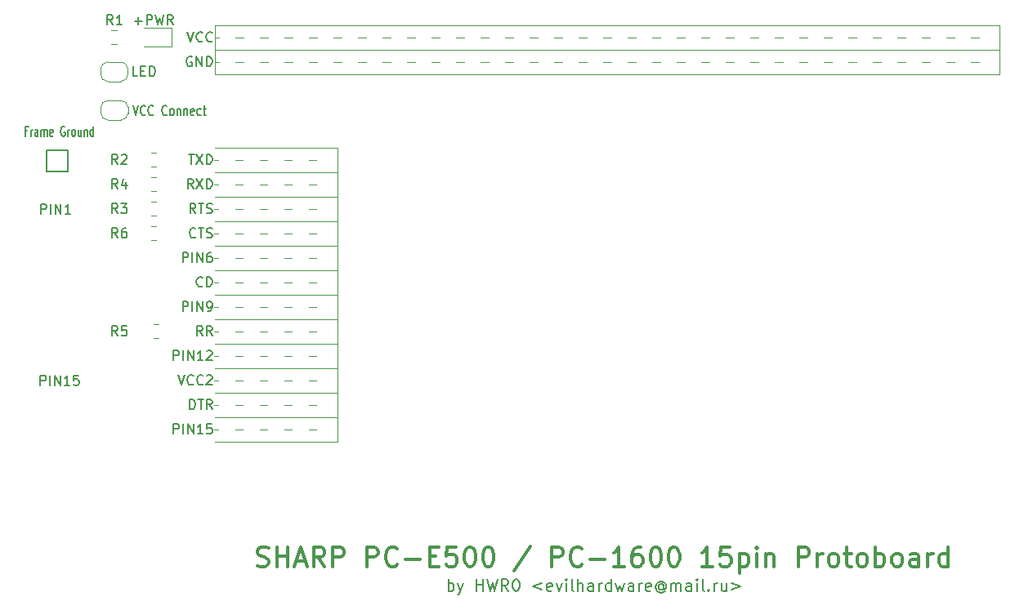
<source format=gbr>
%TF.GenerationSoftware,KiCad,Pcbnew,(5.1.6)-1*%
%TF.CreationDate,2020-08-25T07:27:34+03:00*%
%TF.ProjectId,15pinproto,31357069-6e70-4726-9f74-6f2e6b696361,rev?*%
%TF.SameCoordinates,Original*%
%TF.FileFunction,Legend,Top*%
%TF.FilePolarity,Positive*%
%FSLAX46Y46*%
G04 Gerber Fmt 4.6, Leading zero omitted, Abs format (unit mm)*
G04 Created by KiCad (PCBNEW (5.1.6)-1) date 2020-08-25 07:27:34*
%MOMM*%
%LPD*%
G01*
G04 APERTURE LIST*
%ADD10C,0.120000*%
%ADD11C,0.150000*%
%ADD12C,0.350000*%
G04 APERTURE END LIST*
D10*
X209143600Y-94030800D02*
X209956400Y-94030800D01*
X206603600Y-94030800D02*
X207416400Y-94030800D01*
X204063600Y-94030800D02*
X204876400Y-94030800D01*
X201523600Y-94030800D02*
X202336400Y-94030800D01*
X198983600Y-94030800D02*
X199796400Y-94030800D01*
X196443600Y-94030800D02*
X197256400Y-94030800D01*
X193903600Y-94030800D02*
X194716400Y-94030800D01*
X191363600Y-94030800D02*
X192176400Y-94030800D01*
X188823600Y-94030800D02*
X189636400Y-94030800D01*
X186283600Y-94030800D02*
X187096400Y-94030800D01*
X183743600Y-94030800D02*
X184556400Y-94030800D01*
X181203600Y-94030800D02*
X182016400Y-94030800D01*
X178663600Y-94030800D02*
X179476400Y-94030800D01*
X176123600Y-94030800D02*
X176936400Y-94030800D01*
X173583600Y-94030800D02*
X174396400Y-94030800D01*
X171043600Y-94030800D02*
X171856400Y-94030800D01*
X168503600Y-94030800D02*
X169316400Y-94030800D01*
X165963600Y-94030800D02*
X166776400Y-94030800D01*
X163423600Y-94030800D02*
X164236400Y-94030800D01*
X160883600Y-94030800D02*
X161696400Y-94030800D01*
X158343600Y-94030800D02*
X159156400Y-94030800D01*
X155803600Y-94030800D02*
X156616400Y-94030800D01*
X153263600Y-94030800D02*
X154076400Y-94030800D01*
X150723600Y-94030800D02*
X151536400Y-94030800D01*
X148183600Y-94030800D02*
X148996400Y-94030800D01*
X145643600Y-94030800D02*
X146456400Y-94030800D01*
X143103600Y-94030800D02*
X143916400Y-94030800D01*
X140563600Y-94030800D02*
X141376400Y-94030800D01*
X138023600Y-94030800D02*
X138836400Y-94030800D01*
X135483600Y-94030800D02*
X136296400Y-94030800D01*
X132943600Y-94030800D02*
X133756400Y-94030800D01*
X209143600Y-96520000D02*
X209956400Y-96520000D01*
X206603600Y-96520000D02*
X207416400Y-96520000D01*
X204063600Y-96520000D02*
X204876400Y-96520000D01*
X201523600Y-96520000D02*
X202336400Y-96520000D01*
X198983600Y-96520000D02*
X199796400Y-96520000D01*
X196443600Y-96520000D02*
X197256400Y-96520000D01*
X193903600Y-96520000D02*
X194716400Y-96520000D01*
X191363600Y-96520000D02*
X192176400Y-96520000D01*
X188823600Y-96520000D02*
X189636400Y-96520000D01*
X186283600Y-96520000D02*
X187096400Y-96520000D01*
X183743600Y-96520000D02*
X184556400Y-96520000D01*
X181203600Y-96520000D02*
X182016400Y-96520000D01*
X178663600Y-96520000D02*
X179476400Y-96520000D01*
X176123600Y-96520000D02*
X176936400Y-96520000D01*
X173583600Y-96520000D02*
X174396400Y-96520000D01*
X171043600Y-96520000D02*
X171856400Y-96520000D01*
X168503600Y-96520000D02*
X169316400Y-96520000D01*
X165963600Y-96520000D02*
X166776400Y-96520000D01*
X163423600Y-96520000D02*
X164236400Y-96520000D01*
X160883600Y-96520000D02*
X161696400Y-96520000D01*
X158343600Y-96520000D02*
X159156400Y-96520000D01*
X155803600Y-96520000D02*
X156616400Y-96520000D01*
X153263600Y-96520000D02*
X154076400Y-96520000D01*
X151485600Y-96520000D02*
X151536400Y-96520000D01*
X150723600Y-96520000D02*
X151485600Y-96520000D01*
X148183600Y-96520000D02*
X148996400Y-96520000D01*
X145643600Y-96520000D02*
X146456400Y-96520000D01*
X143103600Y-96520000D02*
X143916400Y-96520000D01*
X140563600Y-96520000D02*
X141376400Y-96520000D01*
X138023600Y-96520000D02*
X138836400Y-96520000D01*
X135483600Y-96520000D02*
X136296400Y-96520000D01*
X132943600Y-96520000D02*
X133756400Y-96520000D01*
X131216400Y-94030800D02*
X130810000Y-94030800D01*
X131216400Y-96520000D02*
X130810000Y-96520000D01*
X130810000Y-95250000D02*
X212090000Y-95250000D01*
X130810000Y-92710000D02*
X130810000Y-95250000D01*
X130810000Y-97790000D02*
X130810000Y-92710000D01*
X212090000Y-97790000D02*
X130810000Y-97790000D01*
X212090000Y-92710000D02*
X212090000Y-97790000D01*
X130810000Y-92710000D02*
X212090000Y-92710000D01*
X131191000Y-134620000D02*
X130746500Y-134620000D01*
X133731000Y-134620000D02*
X132969000Y-134620000D01*
X136271000Y-134620000D02*
X135509000Y-134620000D01*
X138811000Y-134620000D02*
X138049000Y-134620000D01*
X141351000Y-134620000D02*
X140589000Y-134620000D01*
X131191000Y-132080000D02*
X130746500Y-132080000D01*
X133731000Y-132080000D02*
X132969000Y-132080000D01*
X136271000Y-132080000D02*
X135509000Y-132080000D01*
X138811000Y-132080000D02*
X138049000Y-132080000D01*
X141351000Y-132080000D02*
X140589000Y-132080000D01*
X140589000Y-129540000D02*
X141351000Y-129540000D01*
X138049000Y-129540000D02*
X138811000Y-129540000D01*
X135509000Y-129540000D02*
X136271000Y-129540000D01*
X132969000Y-129540000D02*
X133731000Y-129540000D01*
X130746500Y-129540000D02*
X131191000Y-129540000D01*
X131191000Y-127000000D02*
X130746500Y-127000000D01*
X133731000Y-127000000D02*
X132969000Y-127000000D01*
X136271000Y-127000000D02*
X135509000Y-127000000D01*
X138811000Y-127000000D02*
X138049000Y-127000000D01*
X141351000Y-127000000D02*
X140589000Y-127000000D01*
X131191000Y-124460000D02*
X130746500Y-124460000D01*
X133731000Y-124460000D02*
X132969000Y-124460000D01*
X136271000Y-124460000D02*
X135509000Y-124460000D01*
X138811000Y-124460000D02*
X138049000Y-124460000D01*
X141351000Y-124460000D02*
X140589000Y-124460000D01*
X131191000Y-121920000D02*
X130746500Y-121920000D01*
X133731000Y-121920000D02*
X132969000Y-121920000D01*
X136271000Y-121920000D02*
X135509000Y-121920000D01*
X138811000Y-121920000D02*
X138049000Y-121920000D01*
X141351000Y-121920000D02*
X140589000Y-121920000D01*
X131191000Y-119380000D02*
X130746500Y-119380000D01*
X133731000Y-119380000D02*
X132969000Y-119380000D01*
X136271000Y-119380000D02*
X135509000Y-119380000D01*
X138811000Y-119380000D02*
X138049000Y-119380000D01*
X141351000Y-119380000D02*
X140589000Y-119380000D01*
X131191000Y-116840000D02*
X130746500Y-116840000D01*
X133731000Y-116840000D02*
X132969000Y-116840000D01*
X136271000Y-116840000D02*
X135509000Y-116840000D01*
X138811000Y-116840000D02*
X138049000Y-116840000D01*
X141351000Y-116840000D02*
X140589000Y-116840000D01*
X131191000Y-114300000D02*
X130746500Y-114300000D01*
X133731000Y-114300000D02*
X132969000Y-114300000D01*
X136271000Y-114300000D02*
X135509000Y-114300000D01*
X138811000Y-114300000D02*
X138049000Y-114300000D01*
X141351000Y-114300000D02*
X140589000Y-114300000D01*
X131191000Y-111760000D02*
X130746500Y-111760000D01*
X133731000Y-111760000D02*
X132969000Y-111760000D01*
X136271000Y-111760000D02*
X135509000Y-111760000D01*
X138811000Y-111760000D02*
X138049000Y-111760000D01*
X141351000Y-111760000D02*
X140589000Y-111760000D01*
X131191000Y-109220000D02*
X130746500Y-109220000D01*
X133731000Y-109220000D02*
X132969000Y-109220000D01*
X136271000Y-109220000D02*
X135509000Y-109220000D01*
X138811000Y-109220000D02*
X138049000Y-109220000D01*
X141351000Y-109220000D02*
X140589000Y-109220000D01*
X131191000Y-106680000D02*
X130746500Y-106680000D01*
X133731000Y-106680000D02*
X132969000Y-106680000D01*
X136271000Y-106680000D02*
X135509000Y-106680000D01*
X138811000Y-106680000D02*
X138049000Y-106680000D01*
X141351000Y-106680000D02*
X140589000Y-106680000D01*
X143510000Y-135890000D02*
X130810000Y-135890000D01*
X143510000Y-133350000D02*
X143510000Y-135890000D01*
X143510000Y-133350000D02*
X130810000Y-133350000D01*
X143510000Y-130810000D02*
X143510000Y-133350000D01*
X143510000Y-130810000D02*
X130810000Y-130810000D01*
X143510000Y-128270000D02*
X143510000Y-130810000D01*
X143510000Y-128270000D02*
X130810000Y-128270000D01*
X143510000Y-125730000D02*
X143510000Y-128270000D01*
X143510000Y-125730000D02*
X130810000Y-125730000D01*
X143510000Y-123190000D02*
X143510000Y-125730000D01*
X143510000Y-123190000D02*
X130810000Y-123190000D01*
X143510000Y-120650000D02*
X143510000Y-123190000D01*
X143510000Y-120650000D02*
X130810000Y-120650000D01*
X143510000Y-118110000D02*
X143510000Y-120650000D01*
X143510000Y-118110000D02*
X130810000Y-118110000D01*
X143510000Y-115570000D02*
X143510000Y-118110000D01*
X143510000Y-115570000D02*
X130810000Y-115570000D01*
X143510000Y-113030000D02*
X143510000Y-115570000D01*
X143510000Y-113030000D02*
X130810000Y-113030000D01*
X143510000Y-110490000D02*
X143510000Y-113030000D01*
X143510000Y-110490000D02*
X130810000Y-110490000D01*
X143510000Y-107950000D02*
X143510000Y-110490000D01*
X143510000Y-107950000D02*
X130810000Y-107950000D01*
X143510000Y-105410000D02*
X143510000Y-107950000D01*
X130810000Y-105410000D02*
X143510000Y-105410000D01*
D11*
X112800000Y-112263180D02*
X112800000Y-111263180D01*
X113180952Y-111263180D01*
X113276190Y-111310800D01*
X113323809Y-111358419D01*
X113371428Y-111453657D01*
X113371428Y-111596514D01*
X113323809Y-111691752D01*
X113276190Y-111739371D01*
X113180952Y-111786990D01*
X112800000Y-111786990D01*
X113800000Y-112263180D02*
X113800000Y-111263180D01*
X114276190Y-112263180D02*
X114276190Y-111263180D01*
X114847619Y-112263180D01*
X114847619Y-111263180D01*
X115847619Y-112263180D02*
X115276190Y-112263180D01*
X115561904Y-112263180D02*
X115561904Y-111263180D01*
X115466666Y-111406038D01*
X115371428Y-111501276D01*
X115276190Y-111548895D01*
X112730209Y-130043180D02*
X112730209Y-129043180D01*
X113111161Y-129043180D01*
X113206400Y-129090800D01*
X113254019Y-129138419D01*
X113301638Y-129233657D01*
X113301638Y-129376514D01*
X113254019Y-129471752D01*
X113206400Y-129519371D01*
X113111161Y-129566990D01*
X112730209Y-129566990D01*
X113730209Y-130043180D02*
X113730209Y-129043180D01*
X114206400Y-130043180D02*
X114206400Y-129043180D01*
X114777828Y-130043180D01*
X114777828Y-129043180D01*
X115777828Y-130043180D02*
X115206400Y-130043180D01*
X115492114Y-130043180D02*
X115492114Y-129043180D01*
X115396876Y-129186038D01*
X115301638Y-129281276D01*
X115206400Y-129328895D01*
X116682590Y-129043180D02*
X116206400Y-129043180D01*
X116158780Y-129519371D01*
X116206400Y-129471752D01*
X116301638Y-129424133D01*
X116539733Y-129424133D01*
X116634971Y-129471752D01*
X116682590Y-129519371D01*
X116730209Y-129614609D01*
X116730209Y-129852704D01*
X116682590Y-129947942D01*
X116634971Y-129995561D01*
X116539733Y-130043180D01*
X116301638Y-130043180D01*
X116206400Y-129995561D01*
X116158780Y-129947942D01*
X154986342Y-151368057D02*
X154986342Y-150168057D01*
X154986342Y-150625200D02*
X155100628Y-150568057D01*
X155329200Y-150568057D01*
X155443485Y-150625200D01*
X155500628Y-150682342D01*
X155557771Y-150796628D01*
X155557771Y-151139485D01*
X155500628Y-151253771D01*
X155443485Y-151310914D01*
X155329200Y-151368057D01*
X155100628Y-151368057D01*
X154986342Y-151310914D01*
X155957771Y-150568057D02*
X156243485Y-151368057D01*
X156529200Y-150568057D02*
X156243485Y-151368057D01*
X156129200Y-151653771D01*
X156072057Y-151710914D01*
X155957771Y-151768057D01*
X157900628Y-151368057D02*
X157900628Y-150168057D01*
X157900628Y-150739485D02*
X158586342Y-150739485D01*
X158586342Y-151368057D02*
X158586342Y-150168057D01*
X159043485Y-150168057D02*
X159329200Y-151368057D01*
X159557771Y-150510914D01*
X159786342Y-151368057D01*
X160072057Y-150168057D01*
X161214914Y-151368057D02*
X160814914Y-150796628D01*
X160529200Y-151368057D02*
X160529200Y-150168057D01*
X160986342Y-150168057D01*
X161100628Y-150225200D01*
X161157771Y-150282342D01*
X161214914Y-150396628D01*
X161214914Y-150568057D01*
X161157771Y-150682342D01*
X161100628Y-150739485D01*
X160986342Y-150796628D01*
X160529200Y-150796628D01*
X161957771Y-150168057D02*
X162072057Y-150168057D01*
X162186342Y-150225200D01*
X162243485Y-150282342D01*
X162300628Y-150396628D01*
X162357771Y-150625200D01*
X162357771Y-150910914D01*
X162300628Y-151139485D01*
X162243485Y-151253771D01*
X162186342Y-151310914D01*
X162072057Y-151368057D01*
X161957771Y-151368057D01*
X161843485Y-151310914D01*
X161786342Y-151253771D01*
X161729200Y-151139485D01*
X161672057Y-150910914D01*
X161672057Y-150625200D01*
X161729200Y-150396628D01*
X161786342Y-150282342D01*
X161843485Y-150225200D01*
X161957771Y-150168057D01*
X164700628Y-150568057D02*
X163786342Y-150910914D01*
X164700628Y-151253771D01*
X165729200Y-151310914D02*
X165614914Y-151368057D01*
X165386342Y-151368057D01*
X165272057Y-151310914D01*
X165214914Y-151196628D01*
X165214914Y-150739485D01*
X165272057Y-150625200D01*
X165386342Y-150568057D01*
X165614914Y-150568057D01*
X165729200Y-150625200D01*
X165786342Y-150739485D01*
X165786342Y-150853771D01*
X165214914Y-150968057D01*
X166186342Y-150568057D02*
X166472057Y-151368057D01*
X166757771Y-150568057D01*
X167214914Y-151368057D02*
X167214914Y-150568057D01*
X167214914Y-150168057D02*
X167157771Y-150225200D01*
X167214914Y-150282342D01*
X167272057Y-150225200D01*
X167214914Y-150168057D01*
X167214914Y-150282342D01*
X167957771Y-151368057D02*
X167843485Y-151310914D01*
X167786342Y-151196628D01*
X167786342Y-150168057D01*
X168414914Y-151368057D02*
X168414914Y-150168057D01*
X168929200Y-151368057D02*
X168929200Y-150739485D01*
X168872057Y-150625200D01*
X168757771Y-150568057D01*
X168586342Y-150568057D01*
X168472057Y-150625200D01*
X168414914Y-150682342D01*
X170014914Y-151368057D02*
X170014914Y-150739485D01*
X169957771Y-150625200D01*
X169843485Y-150568057D01*
X169614914Y-150568057D01*
X169500628Y-150625200D01*
X170014914Y-151310914D02*
X169900628Y-151368057D01*
X169614914Y-151368057D01*
X169500628Y-151310914D01*
X169443485Y-151196628D01*
X169443485Y-151082342D01*
X169500628Y-150968057D01*
X169614914Y-150910914D01*
X169900628Y-150910914D01*
X170014914Y-150853771D01*
X170586342Y-151368057D02*
X170586342Y-150568057D01*
X170586342Y-150796628D02*
X170643485Y-150682342D01*
X170700628Y-150625200D01*
X170814914Y-150568057D01*
X170929200Y-150568057D01*
X171843485Y-151368057D02*
X171843485Y-150168057D01*
X171843485Y-151310914D02*
X171729200Y-151368057D01*
X171500628Y-151368057D01*
X171386342Y-151310914D01*
X171329200Y-151253771D01*
X171272057Y-151139485D01*
X171272057Y-150796628D01*
X171329200Y-150682342D01*
X171386342Y-150625200D01*
X171500628Y-150568057D01*
X171729200Y-150568057D01*
X171843485Y-150625200D01*
X172300628Y-150568057D02*
X172529200Y-151368057D01*
X172757771Y-150796628D01*
X172986342Y-151368057D01*
X173214914Y-150568057D01*
X174186342Y-151368057D02*
X174186342Y-150739485D01*
X174129200Y-150625200D01*
X174014914Y-150568057D01*
X173786342Y-150568057D01*
X173672057Y-150625200D01*
X174186342Y-151310914D02*
X174072057Y-151368057D01*
X173786342Y-151368057D01*
X173672057Y-151310914D01*
X173614914Y-151196628D01*
X173614914Y-151082342D01*
X173672057Y-150968057D01*
X173786342Y-150910914D01*
X174072057Y-150910914D01*
X174186342Y-150853771D01*
X174757771Y-151368057D02*
X174757771Y-150568057D01*
X174757771Y-150796628D02*
X174814914Y-150682342D01*
X174872057Y-150625200D01*
X174986342Y-150568057D01*
X175100628Y-150568057D01*
X175957771Y-151310914D02*
X175843485Y-151368057D01*
X175614914Y-151368057D01*
X175500628Y-151310914D01*
X175443485Y-151196628D01*
X175443485Y-150739485D01*
X175500628Y-150625200D01*
X175614914Y-150568057D01*
X175843485Y-150568057D01*
X175957771Y-150625200D01*
X176014914Y-150739485D01*
X176014914Y-150853771D01*
X175443485Y-150968057D01*
X177272057Y-150796628D02*
X177214914Y-150739485D01*
X177100628Y-150682342D01*
X176986342Y-150682342D01*
X176872057Y-150739485D01*
X176814914Y-150796628D01*
X176757771Y-150910914D01*
X176757771Y-151025200D01*
X176814914Y-151139485D01*
X176872057Y-151196628D01*
X176986342Y-151253771D01*
X177100628Y-151253771D01*
X177214914Y-151196628D01*
X177272057Y-151139485D01*
X177272057Y-150682342D02*
X177272057Y-151139485D01*
X177329200Y-151196628D01*
X177386342Y-151196628D01*
X177500628Y-151139485D01*
X177557771Y-151025200D01*
X177557771Y-150739485D01*
X177443485Y-150568057D01*
X177272057Y-150453771D01*
X177043485Y-150396628D01*
X176814914Y-150453771D01*
X176643485Y-150568057D01*
X176529200Y-150739485D01*
X176472057Y-150968057D01*
X176529200Y-151196628D01*
X176643485Y-151368057D01*
X176814914Y-151482342D01*
X177043485Y-151539485D01*
X177272057Y-151482342D01*
X177443485Y-151368057D01*
X178072057Y-151368057D02*
X178072057Y-150568057D01*
X178072057Y-150682342D02*
X178129200Y-150625200D01*
X178243485Y-150568057D01*
X178414914Y-150568057D01*
X178529200Y-150625200D01*
X178586342Y-150739485D01*
X178586342Y-151368057D01*
X178586342Y-150739485D02*
X178643485Y-150625200D01*
X178757771Y-150568057D01*
X178929200Y-150568057D01*
X179043485Y-150625200D01*
X179100628Y-150739485D01*
X179100628Y-151368057D01*
X180186342Y-151368057D02*
X180186342Y-150739485D01*
X180129200Y-150625200D01*
X180014914Y-150568057D01*
X179786342Y-150568057D01*
X179672057Y-150625200D01*
X180186342Y-151310914D02*
X180072057Y-151368057D01*
X179786342Y-151368057D01*
X179672057Y-151310914D01*
X179614914Y-151196628D01*
X179614914Y-151082342D01*
X179672057Y-150968057D01*
X179786342Y-150910914D01*
X180072057Y-150910914D01*
X180186342Y-150853771D01*
X180757771Y-151368057D02*
X180757771Y-150568057D01*
X180757771Y-150168057D02*
X180700628Y-150225200D01*
X180757771Y-150282342D01*
X180814914Y-150225200D01*
X180757771Y-150168057D01*
X180757771Y-150282342D01*
X181500628Y-151368057D02*
X181386342Y-151310914D01*
X181329200Y-151196628D01*
X181329200Y-150168057D01*
X181957771Y-151253771D02*
X182014914Y-151310914D01*
X181957771Y-151368057D01*
X181900628Y-151310914D01*
X181957771Y-151253771D01*
X181957771Y-151368057D01*
X182529200Y-151368057D02*
X182529200Y-150568057D01*
X182529200Y-150796628D02*
X182586342Y-150682342D01*
X182643485Y-150625200D01*
X182757771Y-150568057D01*
X182872057Y-150568057D01*
X183786342Y-150568057D02*
X183786342Y-151368057D01*
X183272057Y-150568057D02*
X183272057Y-151196628D01*
X183329200Y-151310914D01*
X183443485Y-151368057D01*
X183614914Y-151368057D01*
X183729200Y-151310914D01*
X183786342Y-151253771D01*
X184357771Y-150568057D02*
X185272057Y-150910914D01*
X184357771Y-151253771D01*
X122507619Y-92273428D02*
X123269523Y-92273428D01*
X122888571Y-92654380D02*
X122888571Y-91892476D01*
X123745714Y-92654380D02*
X123745714Y-91654380D01*
X124126666Y-91654380D01*
X124221904Y-91702000D01*
X124269523Y-91749619D01*
X124317142Y-91844857D01*
X124317142Y-91987714D01*
X124269523Y-92082952D01*
X124221904Y-92130571D01*
X124126666Y-92178190D01*
X123745714Y-92178190D01*
X124650476Y-91654380D02*
X124888571Y-92654380D01*
X125079047Y-91940095D01*
X125269523Y-92654380D01*
X125507619Y-91654380D01*
X126460000Y-92654380D02*
X126126666Y-92178190D01*
X125888571Y-92654380D02*
X125888571Y-91654380D01*
X126269523Y-91654380D01*
X126364761Y-91702000D01*
X126412380Y-91749619D01*
X126460000Y-91844857D01*
X126460000Y-91987714D01*
X126412380Y-92082952D01*
X126364761Y-92130571D01*
X126269523Y-92178190D01*
X125888571Y-92178190D01*
X127950595Y-93432380D02*
X128283928Y-94432380D01*
X128617261Y-93432380D01*
X129522023Y-94337142D02*
X129474404Y-94384761D01*
X129331547Y-94432380D01*
X129236309Y-94432380D01*
X129093452Y-94384761D01*
X128998214Y-94289523D01*
X128950595Y-94194285D01*
X128902976Y-94003809D01*
X128902976Y-93860952D01*
X128950595Y-93670476D01*
X128998214Y-93575238D01*
X129093452Y-93480000D01*
X129236309Y-93432380D01*
X129331547Y-93432380D01*
X129474404Y-93480000D01*
X129522023Y-93527619D01*
X130522023Y-94337142D02*
X130474404Y-94384761D01*
X130331547Y-94432380D01*
X130236309Y-94432380D01*
X130093452Y-94384761D01*
X129998214Y-94289523D01*
X129950595Y-94194285D01*
X129902976Y-94003809D01*
X129902976Y-93860952D01*
X129950595Y-93670476D01*
X129998214Y-93575238D01*
X130093452Y-93480000D01*
X130236309Y-93432380D01*
X130331547Y-93432380D01*
X130474404Y-93480000D01*
X130522023Y-93527619D01*
X128426785Y-96020000D02*
X128331547Y-95972380D01*
X128188690Y-95972380D01*
X128045833Y-96020000D01*
X127950595Y-96115238D01*
X127902976Y-96210476D01*
X127855357Y-96400952D01*
X127855357Y-96543809D01*
X127902976Y-96734285D01*
X127950595Y-96829523D01*
X128045833Y-96924761D01*
X128188690Y-96972380D01*
X128283928Y-96972380D01*
X128426785Y-96924761D01*
X128474404Y-96877142D01*
X128474404Y-96543809D01*
X128283928Y-96543809D01*
X128902976Y-96972380D02*
X128902976Y-95972380D01*
X129474404Y-96972380D01*
X129474404Y-95972380D01*
X129950595Y-96972380D02*
X129950595Y-95972380D01*
X130188690Y-95972380D01*
X130331547Y-96020000D01*
X130426785Y-96115238D01*
X130474404Y-96210476D01*
X130522023Y-96400952D01*
X130522023Y-96543809D01*
X130474404Y-96734285D01*
X130426785Y-96829523D01*
X130331547Y-96924761D01*
X130188690Y-96972380D01*
X129950595Y-96972380D01*
X126522023Y-135072380D02*
X126522023Y-134072380D01*
X126902976Y-134072380D01*
X126998214Y-134120000D01*
X127045833Y-134167619D01*
X127093452Y-134262857D01*
X127093452Y-134405714D01*
X127045833Y-134500952D01*
X126998214Y-134548571D01*
X126902976Y-134596190D01*
X126522023Y-134596190D01*
X127522023Y-135072380D02*
X127522023Y-134072380D01*
X127998214Y-135072380D02*
X127998214Y-134072380D01*
X128569642Y-135072380D01*
X128569642Y-134072380D01*
X129569642Y-135072380D02*
X128998214Y-135072380D01*
X129283928Y-135072380D02*
X129283928Y-134072380D01*
X129188690Y-134215238D01*
X129093452Y-134310476D01*
X128998214Y-134358095D01*
X130474404Y-134072380D02*
X129998214Y-134072380D01*
X129950595Y-134548571D01*
X129998214Y-134500952D01*
X130093452Y-134453333D01*
X130331547Y-134453333D01*
X130426785Y-134500952D01*
X130474404Y-134548571D01*
X130522023Y-134643809D01*
X130522023Y-134881904D01*
X130474404Y-134977142D01*
X130426785Y-135024761D01*
X130331547Y-135072380D01*
X130093452Y-135072380D01*
X129998214Y-135024761D01*
X129950595Y-134977142D01*
X128188690Y-132532380D02*
X128188690Y-131532380D01*
X128426785Y-131532380D01*
X128569642Y-131580000D01*
X128664880Y-131675238D01*
X128712500Y-131770476D01*
X128760119Y-131960952D01*
X128760119Y-132103809D01*
X128712500Y-132294285D01*
X128664880Y-132389523D01*
X128569642Y-132484761D01*
X128426785Y-132532380D01*
X128188690Y-132532380D01*
X129045833Y-131532380D02*
X129617261Y-131532380D01*
X129331547Y-132532380D02*
X129331547Y-131532380D01*
X130522023Y-132532380D02*
X130188690Y-132056190D01*
X129950595Y-132532380D02*
X129950595Y-131532380D01*
X130331547Y-131532380D01*
X130426785Y-131580000D01*
X130474404Y-131627619D01*
X130522023Y-131722857D01*
X130522023Y-131865714D01*
X130474404Y-131960952D01*
X130426785Y-132008571D01*
X130331547Y-132056190D01*
X129950595Y-132056190D01*
X126998214Y-128992380D02*
X127331547Y-129992380D01*
X127664880Y-128992380D01*
X128569642Y-129897142D02*
X128522023Y-129944761D01*
X128379166Y-129992380D01*
X128283928Y-129992380D01*
X128141071Y-129944761D01*
X128045833Y-129849523D01*
X127998214Y-129754285D01*
X127950595Y-129563809D01*
X127950595Y-129420952D01*
X127998214Y-129230476D01*
X128045833Y-129135238D01*
X128141071Y-129040000D01*
X128283928Y-128992380D01*
X128379166Y-128992380D01*
X128522023Y-129040000D01*
X128569642Y-129087619D01*
X129569642Y-129897142D02*
X129522023Y-129944761D01*
X129379166Y-129992380D01*
X129283928Y-129992380D01*
X129141071Y-129944761D01*
X129045833Y-129849523D01*
X128998214Y-129754285D01*
X128950595Y-129563809D01*
X128950595Y-129420952D01*
X128998214Y-129230476D01*
X129045833Y-129135238D01*
X129141071Y-129040000D01*
X129283928Y-128992380D01*
X129379166Y-128992380D01*
X129522023Y-129040000D01*
X129569642Y-129087619D01*
X129950595Y-129087619D02*
X129998214Y-129040000D01*
X130093452Y-128992380D01*
X130331547Y-128992380D01*
X130426785Y-129040000D01*
X130474404Y-129087619D01*
X130522023Y-129182857D01*
X130522023Y-129278095D01*
X130474404Y-129420952D01*
X129902976Y-129992380D01*
X130522023Y-129992380D01*
X126522023Y-127452380D02*
X126522023Y-126452380D01*
X126902976Y-126452380D01*
X126998214Y-126500000D01*
X127045833Y-126547619D01*
X127093452Y-126642857D01*
X127093452Y-126785714D01*
X127045833Y-126880952D01*
X126998214Y-126928571D01*
X126902976Y-126976190D01*
X126522023Y-126976190D01*
X127522023Y-127452380D02*
X127522023Y-126452380D01*
X127998214Y-127452380D02*
X127998214Y-126452380D01*
X128569642Y-127452380D01*
X128569642Y-126452380D01*
X129569642Y-127452380D02*
X128998214Y-127452380D01*
X129283928Y-127452380D02*
X129283928Y-126452380D01*
X129188690Y-126595238D01*
X129093452Y-126690476D01*
X128998214Y-126738095D01*
X129950595Y-126547619D02*
X129998214Y-126500000D01*
X130093452Y-126452380D01*
X130331547Y-126452380D01*
X130426785Y-126500000D01*
X130474404Y-126547619D01*
X130522023Y-126642857D01*
X130522023Y-126738095D01*
X130474404Y-126880952D01*
X129902976Y-127452380D01*
X130522023Y-127452380D01*
X129522023Y-124912380D02*
X129188690Y-124436190D01*
X128950595Y-124912380D02*
X128950595Y-123912380D01*
X129331547Y-123912380D01*
X129426785Y-123960000D01*
X129474404Y-124007619D01*
X129522023Y-124102857D01*
X129522023Y-124245714D01*
X129474404Y-124340952D01*
X129426785Y-124388571D01*
X129331547Y-124436190D01*
X128950595Y-124436190D01*
X130522023Y-124912380D02*
X130188690Y-124436190D01*
X129950595Y-124912380D02*
X129950595Y-123912380D01*
X130331547Y-123912380D01*
X130426785Y-123960000D01*
X130474404Y-124007619D01*
X130522023Y-124102857D01*
X130522023Y-124245714D01*
X130474404Y-124340952D01*
X130426785Y-124388571D01*
X130331547Y-124436190D01*
X129950595Y-124436190D01*
X127474404Y-122372380D02*
X127474404Y-121372380D01*
X127855357Y-121372380D01*
X127950595Y-121420000D01*
X127998214Y-121467619D01*
X128045833Y-121562857D01*
X128045833Y-121705714D01*
X127998214Y-121800952D01*
X127950595Y-121848571D01*
X127855357Y-121896190D01*
X127474404Y-121896190D01*
X128474404Y-122372380D02*
X128474404Y-121372380D01*
X128950595Y-122372380D02*
X128950595Y-121372380D01*
X129522023Y-122372380D01*
X129522023Y-121372380D01*
X130045833Y-122372380D02*
X130236309Y-122372380D01*
X130331547Y-122324761D01*
X130379166Y-122277142D01*
X130474404Y-122134285D01*
X130522023Y-121943809D01*
X130522023Y-121562857D01*
X130474404Y-121467619D01*
X130426785Y-121420000D01*
X130331547Y-121372380D01*
X130141071Y-121372380D01*
X130045833Y-121420000D01*
X129998214Y-121467619D01*
X129950595Y-121562857D01*
X129950595Y-121800952D01*
X129998214Y-121896190D01*
X130045833Y-121943809D01*
X130141071Y-121991428D01*
X130331547Y-121991428D01*
X130426785Y-121943809D01*
X130474404Y-121896190D01*
X130522023Y-121800952D01*
X129522023Y-119737142D02*
X129474404Y-119784761D01*
X129331547Y-119832380D01*
X129236309Y-119832380D01*
X129093452Y-119784761D01*
X128998214Y-119689523D01*
X128950595Y-119594285D01*
X128902976Y-119403809D01*
X128902976Y-119260952D01*
X128950595Y-119070476D01*
X128998214Y-118975238D01*
X129093452Y-118880000D01*
X129236309Y-118832380D01*
X129331547Y-118832380D01*
X129474404Y-118880000D01*
X129522023Y-118927619D01*
X129950595Y-119832380D02*
X129950595Y-118832380D01*
X130188690Y-118832380D01*
X130331547Y-118880000D01*
X130426785Y-118975238D01*
X130474404Y-119070476D01*
X130522023Y-119260952D01*
X130522023Y-119403809D01*
X130474404Y-119594285D01*
X130426785Y-119689523D01*
X130331547Y-119784761D01*
X130188690Y-119832380D01*
X129950595Y-119832380D01*
X127474404Y-117292380D02*
X127474404Y-116292380D01*
X127855357Y-116292380D01*
X127950595Y-116340000D01*
X127998214Y-116387619D01*
X128045833Y-116482857D01*
X128045833Y-116625714D01*
X127998214Y-116720952D01*
X127950595Y-116768571D01*
X127855357Y-116816190D01*
X127474404Y-116816190D01*
X128474404Y-117292380D02*
X128474404Y-116292380D01*
X128950595Y-117292380D02*
X128950595Y-116292380D01*
X129522023Y-117292380D01*
X129522023Y-116292380D01*
X130426785Y-116292380D02*
X130236309Y-116292380D01*
X130141071Y-116340000D01*
X130093452Y-116387619D01*
X129998214Y-116530476D01*
X129950595Y-116720952D01*
X129950595Y-117101904D01*
X129998214Y-117197142D01*
X130045833Y-117244761D01*
X130141071Y-117292380D01*
X130331547Y-117292380D01*
X130426785Y-117244761D01*
X130474404Y-117197142D01*
X130522023Y-117101904D01*
X130522023Y-116863809D01*
X130474404Y-116768571D01*
X130426785Y-116720952D01*
X130331547Y-116673333D01*
X130141071Y-116673333D01*
X130045833Y-116720952D01*
X129998214Y-116768571D01*
X129950595Y-116863809D01*
X128807738Y-114657142D02*
X128760119Y-114704761D01*
X128617261Y-114752380D01*
X128522023Y-114752380D01*
X128379166Y-114704761D01*
X128283928Y-114609523D01*
X128236309Y-114514285D01*
X128188690Y-114323809D01*
X128188690Y-114180952D01*
X128236309Y-113990476D01*
X128283928Y-113895238D01*
X128379166Y-113800000D01*
X128522023Y-113752380D01*
X128617261Y-113752380D01*
X128760119Y-113800000D01*
X128807738Y-113847619D01*
X129093452Y-113752380D02*
X129664880Y-113752380D01*
X129379166Y-114752380D02*
X129379166Y-113752380D01*
X129950595Y-114704761D02*
X130093452Y-114752380D01*
X130331547Y-114752380D01*
X130426785Y-114704761D01*
X130474404Y-114657142D01*
X130522023Y-114561904D01*
X130522023Y-114466666D01*
X130474404Y-114371428D01*
X130426785Y-114323809D01*
X130331547Y-114276190D01*
X130141071Y-114228571D01*
X130045833Y-114180952D01*
X129998214Y-114133333D01*
X129950595Y-114038095D01*
X129950595Y-113942857D01*
X129998214Y-113847619D01*
X130045833Y-113800000D01*
X130141071Y-113752380D01*
X130379166Y-113752380D01*
X130522023Y-113800000D01*
X128807738Y-112212380D02*
X128474404Y-111736190D01*
X128236309Y-112212380D02*
X128236309Y-111212380D01*
X128617261Y-111212380D01*
X128712500Y-111260000D01*
X128760119Y-111307619D01*
X128807738Y-111402857D01*
X128807738Y-111545714D01*
X128760119Y-111640952D01*
X128712500Y-111688571D01*
X128617261Y-111736190D01*
X128236309Y-111736190D01*
X129093452Y-111212380D02*
X129664880Y-111212380D01*
X129379166Y-112212380D02*
X129379166Y-111212380D01*
X129950595Y-112164761D02*
X130093452Y-112212380D01*
X130331547Y-112212380D01*
X130426785Y-112164761D01*
X130474404Y-112117142D01*
X130522023Y-112021904D01*
X130522023Y-111926666D01*
X130474404Y-111831428D01*
X130426785Y-111783809D01*
X130331547Y-111736190D01*
X130141071Y-111688571D01*
X130045833Y-111640952D01*
X129998214Y-111593333D01*
X129950595Y-111498095D01*
X129950595Y-111402857D01*
X129998214Y-111307619D01*
X130045833Y-111260000D01*
X130141071Y-111212380D01*
X130379166Y-111212380D01*
X130522023Y-111260000D01*
X128569642Y-109672380D02*
X128236309Y-109196190D01*
X127998214Y-109672380D02*
X127998214Y-108672380D01*
X128379166Y-108672380D01*
X128474404Y-108720000D01*
X128522023Y-108767619D01*
X128569642Y-108862857D01*
X128569642Y-109005714D01*
X128522023Y-109100952D01*
X128474404Y-109148571D01*
X128379166Y-109196190D01*
X127998214Y-109196190D01*
X128902976Y-108672380D02*
X129569642Y-109672380D01*
X129569642Y-108672380D02*
X128902976Y-109672380D01*
X129950595Y-109672380D02*
X129950595Y-108672380D01*
X130188690Y-108672380D01*
X130331547Y-108720000D01*
X130426785Y-108815238D01*
X130474404Y-108910476D01*
X130522023Y-109100952D01*
X130522023Y-109243809D01*
X130474404Y-109434285D01*
X130426785Y-109529523D01*
X130331547Y-109624761D01*
X130188690Y-109672380D01*
X129950595Y-109672380D01*
X128093452Y-106132380D02*
X128664880Y-106132380D01*
X128379166Y-107132380D02*
X128379166Y-106132380D01*
X128902976Y-106132380D02*
X129569642Y-107132380D01*
X129569642Y-106132380D02*
X128902976Y-107132380D01*
X129950595Y-107132380D02*
X129950595Y-106132380D01*
X130188690Y-106132380D01*
X130331547Y-106180000D01*
X130426785Y-106275238D01*
X130474404Y-106370476D01*
X130522023Y-106560952D01*
X130522023Y-106703809D01*
X130474404Y-106894285D01*
X130426785Y-106989523D01*
X130331547Y-107084761D01*
X130188690Y-107132380D01*
X129950595Y-107132380D01*
X111381000Y-103687571D02*
X111147666Y-103687571D01*
X111147666Y-104211380D02*
X111147666Y-103211380D01*
X111481000Y-103211380D01*
X111747666Y-104211380D02*
X111747666Y-103544714D01*
X111747666Y-103735190D02*
X111781000Y-103639952D01*
X111814333Y-103592333D01*
X111881000Y-103544714D01*
X111947666Y-103544714D01*
X112481000Y-104211380D02*
X112481000Y-103687571D01*
X112447666Y-103592333D01*
X112381000Y-103544714D01*
X112247666Y-103544714D01*
X112181000Y-103592333D01*
X112481000Y-104163761D02*
X112414333Y-104211380D01*
X112247666Y-104211380D01*
X112181000Y-104163761D01*
X112147666Y-104068523D01*
X112147666Y-103973285D01*
X112181000Y-103878047D01*
X112247666Y-103830428D01*
X112414333Y-103830428D01*
X112481000Y-103782809D01*
X112814333Y-104211380D02*
X112814333Y-103544714D01*
X112814333Y-103639952D02*
X112847666Y-103592333D01*
X112914333Y-103544714D01*
X113014333Y-103544714D01*
X113081000Y-103592333D01*
X113114333Y-103687571D01*
X113114333Y-104211380D01*
X113114333Y-103687571D02*
X113147666Y-103592333D01*
X113214333Y-103544714D01*
X113314333Y-103544714D01*
X113381000Y-103592333D01*
X113414333Y-103687571D01*
X113414333Y-104211380D01*
X114014333Y-104163761D02*
X113947666Y-104211380D01*
X113814333Y-104211380D01*
X113747666Y-104163761D01*
X113714333Y-104068523D01*
X113714333Y-103687571D01*
X113747666Y-103592333D01*
X113814333Y-103544714D01*
X113947666Y-103544714D01*
X114014333Y-103592333D01*
X114047666Y-103687571D01*
X114047666Y-103782809D01*
X113714333Y-103878047D01*
X115247666Y-103259000D02*
X115181000Y-103211380D01*
X115081000Y-103211380D01*
X114981000Y-103259000D01*
X114914333Y-103354238D01*
X114881000Y-103449476D01*
X114847666Y-103639952D01*
X114847666Y-103782809D01*
X114881000Y-103973285D01*
X114914333Y-104068523D01*
X114981000Y-104163761D01*
X115081000Y-104211380D01*
X115147666Y-104211380D01*
X115247666Y-104163761D01*
X115281000Y-104116142D01*
X115281000Y-103782809D01*
X115147666Y-103782809D01*
X115581000Y-104211380D02*
X115581000Y-103544714D01*
X115581000Y-103735190D02*
X115614333Y-103639952D01*
X115647666Y-103592333D01*
X115714333Y-103544714D01*
X115781000Y-103544714D01*
X116114333Y-104211380D02*
X116047666Y-104163761D01*
X116014333Y-104116142D01*
X115981000Y-104020904D01*
X115981000Y-103735190D01*
X116014333Y-103639952D01*
X116047666Y-103592333D01*
X116114333Y-103544714D01*
X116214333Y-103544714D01*
X116281000Y-103592333D01*
X116314333Y-103639952D01*
X116347666Y-103735190D01*
X116347666Y-104020904D01*
X116314333Y-104116142D01*
X116281000Y-104163761D01*
X116214333Y-104211380D01*
X116114333Y-104211380D01*
X116947666Y-103544714D02*
X116947666Y-104211380D01*
X116647666Y-103544714D02*
X116647666Y-104068523D01*
X116681000Y-104163761D01*
X116747666Y-104211380D01*
X116847666Y-104211380D01*
X116914333Y-104163761D01*
X116947666Y-104116142D01*
X117281000Y-103544714D02*
X117281000Y-104211380D01*
X117281000Y-103639952D02*
X117314333Y-103592333D01*
X117381000Y-103544714D01*
X117481000Y-103544714D01*
X117547666Y-103592333D01*
X117581000Y-103687571D01*
X117581000Y-104211380D01*
X118214333Y-104211380D02*
X118214333Y-103211380D01*
X118214333Y-104163761D02*
X118147666Y-104211380D01*
X118014333Y-104211380D01*
X117947666Y-104163761D01*
X117914333Y-104116142D01*
X117881000Y-104020904D01*
X117881000Y-103735190D01*
X117914333Y-103639952D01*
X117947666Y-103592333D01*
X118014333Y-103544714D01*
X118147666Y-103544714D01*
X118214333Y-103592333D01*
X122347690Y-101052380D02*
X122614357Y-102052380D01*
X122881023Y-101052380D01*
X123604833Y-101957142D02*
X123566738Y-102004761D01*
X123452452Y-102052380D01*
X123376261Y-102052380D01*
X123261976Y-102004761D01*
X123185785Y-101909523D01*
X123147690Y-101814285D01*
X123109595Y-101623809D01*
X123109595Y-101480952D01*
X123147690Y-101290476D01*
X123185785Y-101195238D01*
X123261976Y-101100000D01*
X123376261Y-101052380D01*
X123452452Y-101052380D01*
X123566738Y-101100000D01*
X123604833Y-101147619D01*
X124404833Y-101957142D02*
X124366738Y-102004761D01*
X124252452Y-102052380D01*
X124176261Y-102052380D01*
X124061976Y-102004761D01*
X123985785Y-101909523D01*
X123947690Y-101814285D01*
X123909595Y-101623809D01*
X123909595Y-101480952D01*
X123947690Y-101290476D01*
X123985785Y-101195238D01*
X124061976Y-101100000D01*
X124176261Y-101052380D01*
X124252452Y-101052380D01*
X124366738Y-101100000D01*
X124404833Y-101147619D01*
X125814357Y-101957142D02*
X125776261Y-102004761D01*
X125661976Y-102052380D01*
X125585785Y-102052380D01*
X125471500Y-102004761D01*
X125395309Y-101909523D01*
X125357214Y-101814285D01*
X125319119Y-101623809D01*
X125319119Y-101480952D01*
X125357214Y-101290476D01*
X125395309Y-101195238D01*
X125471500Y-101100000D01*
X125585785Y-101052380D01*
X125661976Y-101052380D01*
X125776261Y-101100000D01*
X125814357Y-101147619D01*
X126271500Y-102052380D02*
X126195309Y-102004761D01*
X126157214Y-101957142D01*
X126119119Y-101861904D01*
X126119119Y-101576190D01*
X126157214Y-101480952D01*
X126195309Y-101433333D01*
X126271500Y-101385714D01*
X126385785Y-101385714D01*
X126461976Y-101433333D01*
X126500071Y-101480952D01*
X126538166Y-101576190D01*
X126538166Y-101861904D01*
X126500071Y-101957142D01*
X126461976Y-102004761D01*
X126385785Y-102052380D01*
X126271500Y-102052380D01*
X126881023Y-101385714D02*
X126881023Y-102052380D01*
X126881023Y-101480952D02*
X126919119Y-101433333D01*
X126995309Y-101385714D01*
X127109595Y-101385714D01*
X127185785Y-101433333D01*
X127223880Y-101528571D01*
X127223880Y-102052380D01*
X127604833Y-101385714D02*
X127604833Y-102052380D01*
X127604833Y-101480952D02*
X127642928Y-101433333D01*
X127719119Y-101385714D01*
X127833404Y-101385714D01*
X127909595Y-101433333D01*
X127947690Y-101528571D01*
X127947690Y-102052380D01*
X128633404Y-102004761D02*
X128557214Y-102052380D01*
X128404833Y-102052380D01*
X128328642Y-102004761D01*
X128290547Y-101909523D01*
X128290547Y-101528571D01*
X128328642Y-101433333D01*
X128404833Y-101385714D01*
X128557214Y-101385714D01*
X128633404Y-101433333D01*
X128671500Y-101528571D01*
X128671500Y-101623809D01*
X128290547Y-101719047D01*
X129357214Y-102004761D02*
X129281023Y-102052380D01*
X129128642Y-102052380D01*
X129052452Y-102004761D01*
X129014357Y-101957142D01*
X128976261Y-101861904D01*
X128976261Y-101576190D01*
X129014357Y-101480952D01*
X129052452Y-101433333D01*
X129128642Y-101385714D01*
X129281023Y-101385714D01*
X129357214Y-101433333D01*
X129585785Y-101385714D02*
X129890547Y-101385714D01*
X129700071Y-101052380D02*
X129700071Y-101909523D01*
X129738166Y-102004761D01*
X129814357Y-102052380D01*
X129890547Y-102052380D01*
X122801142Y-97988380D02*
X122324952Y-97988380D01*
X122324952Y-96988380D01*
X123134476Y-97464571D02*
X123467809Y-97464571D01*
X123610666Y-97988380D02*
X123134476Y-97988380D01*
X123134476Y-96988380D01*
X123610666Y-96988380D01*
X124039238Y-97988380D02*
X124039238Y-96988380D01*
X124277333Y-96988380D01*
X124420190Y-97036000D01*
X124515428Y-97131238D01*
X124563047Y-97226476D01*
X124610666Y-97416952D01*
X124610666Y-97559809D01*
X124563047Y-97750285D01*
X124515428Y-97845523D01*
X124420190Y-97940761D01*
X124277333Y-97988380D01*
X124039238Y-97988380D01*
D12*
X135234076Y-148739123D02*
X135519790Y-148834361D01*
X135995980Y-148834361D01*
X136186457Y-148739123D01*
X136281695Y-148643885D01*
X136376933Y-148453409D01*
X136376933Y-148262933D01*
X136281695Y-148072457D01*
X136186457Y-147977219D01*
X135995980Y-147881980D01*
X135615028Y-147786742D01*
X135424552Y-147691504D01*
X135329314Y-147596266D01*
X135234076Y-147405790D01*
X135234076Y-147215314D01*
X135329314Y-147024838D01*
X135424552Y-146929600D01*
X135615028Y-146834361D01*
X136091219Y-146834361D01*
X136376933Y-146929600D01*
X137234076Y-148834361D02*
X137234076Y-146834361D01*
X137234076Y-147786742D02*
X138376933Y-147786742D01*
X138376933Y-148834361D02*
X138376933Y-146834361D01*
X139234076Y-148262933D02*
X140186457Y-148262933D01*
X139043600Y-148834361D02*
X139710266Y-146834361D01*
X140376933Y-148834361D01*
X142186457Y-148834361D02*
X141519790Y-147881980D01*
X141043600Y-148834361D02*
X141043600Y-146834361D01*
X141805504Y-146834361D01*
X141995980Y-146929600D01*
X142091219Y-147024838D01*
X142186457Y-147215314D01*
X142186457Y-147501028D01*
X142091219Y-147691504D01*
X141995980Y-147786742D01*
X141805504Y-147881980D01*
X141043600Y-147881980D01*
X143043600Y-148834361D02*
X143043600Y-146834361D01*
X143805504Y-146834361D01*
X143995980Y-146929600D01*
X144091219Y-147024838D01*
X144186457Y-147215314D01*
X144186457Y-147501028D01*
X144091219Y-147691504D01*
X143995980Y-147786742D01*
X143805504Y-147881980D01*
X143043600Y-147881980D01*
X146567409Y-148834361D02*
X146567409Y-146834361D01*
X147329314Y-146834361D01*
X147519790Y-146929600D01*
X147615028Y-147024838D01*
X147710266Y-147215314D01*
X147710266Y-147501028D01*
X147615028Y-147691504D01*
X147519790Y-147786742D01*
X147329314Y-147881980D01*
X146567409Y-147881980D01*
X149710266Y-148643885D02*
X149615028Y-148739123D01*
X149329314Y-148834361D01*
X149138838Y-148834361D01*
X148853123Y-148739123D01*
X148662647Y-148548647D01*
X148567409Y-148358171D01*
X148472171Y-147977219D01*
X148472171Y-147691504D01*
X148567409Y-147310552D01*
X148662647Y-147120076D01*
X148853123Y-146929600D01*
X149138838Y-146834361D01*
X149329314Y-146834361D01*
X149615028Y-146929600D01*
X149710266Y-147024838D01*
X150567409Y-148072457D02*
X152091219Y-148072457D01*
X153043600Y-147786742D02*
X153710266Y-147786742D01*
X153995980Y-148834361D02*
X153043600Y-148834361D01*
X153043600Y-146834361D01*
X153995980Y-146834361D01*
X155805504Y-146834361D02*
X154853123Y-146834361D01*
X154757885Y-147786742D01*
X154853123Y-147691504D01*
X155043600Y-147596266D01*
X155519790Y-147596266D01*
X155710266Y-147691504D01*
X155805504Y-147786742D01*
X155900742Y-147977219D01*
X155900742Y-148453409D01*
X155805504Y-148643885D01*
X155710266Y-148739123D01*
X155519790Y-148834361D01*
X155043600Y-148834361D01*
X154853123Y-148739123D01*
X154757885Y-148643885D01*
X157138838Y-146834361D02*
X157329314Y-146834361D01*
X157519790Y-146929600D01*
X157615028Y-147024838D01*
X157710266Y-147215314D01*
X157805504Y-147596266D01*
X157805504Y-148072457D01*
X157710266Y-148453409D01*
X157615028Y-148643885D01*
X157519790Y-148739123D01*
X157329314Y-148834361D01*
X157138838Y-148834361D01*
X156948361Y-148739123D01*
X156853123Y-148643885D01*
X156757885Y-148453409D01*
X156662647Y-148072457D01*
X156662647Y-147596266D01*
X156757885Y-147215314D01*
X156853123Y-147024838D01*
X156948361Y-146929600D01*
X157138838Y-146834361D01*
X159043600Y-146834361D02*
X159234076Y-146834361D01*
X159424552Y-146929600D01*
X159519790Y-147024838D01*
X159615028Y-147215314D01*
X159710266Y-147596266D01*
X159710266Y-148072457D01*
X159615028Y-148453409D01*
X159519790Y-148643885D01*
X159424552Y-148739123D01*
X159234076Y-148834361D01*
X159043600Y-148834361D01*
X158853123Y-148739123D01*
X158757885Y-148643885D01*
X158662647Y-148453409D01*
X158567409Y-148072457D01*
X158567409Y-147596266D01*
X158662647Y-147215314D01*
X158757885Y-147024838D01*
X158853123Y-146929600D01*
X159043600Y-146834361D01*
X163519790Y-146739123D02*
X161805504Y-149310552D01*
X165710266Y-148834361D02*
X165710266Y-146834361D01*
X166472171Y-146834361D01*
X166662647Y-146929600D01*
X166757885Y-147024838D01*
X166853123Y-147215314D01*
X166853123Y-147501028D01*
X166757885Y-147691504D01*
X166662647Y-147786742D01*
X166472171Y-147881980D01*
X165710266Y-147881980D01*
X168853123Y-148643885D02*
X168757885Y-148739123D01*
X168472171Y-148834361D01*
X168281695Y-148834361D01*
X167995980Y-148739123D01*
X167805504Y-148548647D01*
X167710266Y-148358171D01*
X167615028Y-147977219D01*
X167615028Y-147691504D01*
X167710266Y-147310552D01*
X167805504Y-147120076D01*
X167995980Y-146929600D01*
X168281695Y-146834361D01*
X168472171Y-146834361D01*
X168757885Y-146929600D01*
X168853123Y-147024838D01*
X169710266Y-148072457D02*
X171234076Y-148072457D01*
X173234076Y-148834361D02*
X172091219Y-148834361D01*
X172662647Y-148834361D02*
X172662647Y-146834361D01*
X172472171Y-147120076D01*
X172281695Y-147310552D01*
X172091219Y-147405790D01*
X174948361Y-146834361D02*
X174567409Y-146834361D01*
X174376933Y-146929600D01*
X174281695Y-147024838D01*
X174091219Y-147310552D01*
X173995980Y-147691504D01*
X173995980Y-148453409D01*
X174091219Y-148643885D01*
X174186457Y-148739123D01*
X174376933Y-148834361D01*
X174757885Y-148834361D01*
X174948361Y-148739123D01*
X175043600Y-148643885D01*
X175138838Y-148453409D01*
X175138838Y-147977219D01*
X175043600Y-147786742D01*
X174948361Y-147691504D01*
X174757885Y-147596266D01*
X174376933Y-147596266D01*
X174186457Y-147691504D01*
X174091219Y-147786742D01*
X173995980Y-147977219D01*
X176376933Y-146834361D02*
X176567409Y-146834361D01*
X176757885Y-146929600D01*
X176853123Y-147024838D01*
X176948361Y-147215314D01*
X177043600Y-147596266D01*
X177043600Y-148072457D01*
X176948361Y-148453409D01*
X176853123Y-148643885D01*
X176757885Y-148739123D01*
X176567409Y-148834361D01*
X176376933Y-148834361D01*
X176186457Y-148739123D01*
X176091219Y-148643885D01*
X175995980Y-148453409D01*
X175900742Y-148072457D01*
X175900742Y-147596266D01*
X175995980Y-147215314D01*
X176091219Y-147024838D01*
X176186457Y-146929600D01*
X176376933Y-146834361D01*
X178281695Y-146834361D02*
X178472171Y-146834361D01*
X178662647Y-146929600D01*
X178757885Y-147024838D01*
X178853123Y-147215314D01*
X178948361Y-147596266D01*
X178948361Y-148072457D01*
X178853123Y-148453409D01*
X178757885Y-148643885D01*
X178662647Y-148739123D01*
X178472171Y-148834361D01*
X178281695Y-148834361D01*
X178091219Y-148739123D01*
X177995980Y-148643885D01*
X177900742Y-148453409D01*
X177805504Y-148072457D01*
X177805504Y-147596266D01*
X177900742Y-147215314D01*
X177995980Y-147024838D01*
X178091219Y-146929600D01*
X178281695Y-146834361D01*
X182376933Y-148834361D02*
X181234076Y-148834361D01*
X181805504Y-148834361D02*
X181805504Y-146834361D01*
X181615028Y-147120076D01*
X181424552Y-147310552D01*
X181234076Y-147405790D01*
X184186457Y-146834361D02*
X183234076Y-146834361D01*
X183138838Y-147786742D01*
X183234076Y-147691504D01*
X183424552Y-147596266D01*
X183900742Y-147596266D01*
X184091219Y-147691504D01*
X184186457Y-147786742D01*
X184281695Y-147977219D01*
X184281695Y-148453409D01*
X184186457Y-148643885D01*
X184091219Y-148739123D01*
X183900742Y-148834361D01*
X183424552Y-148834361D01*
X183234076Y-148739123D01*
X183138838Y-148643885D01*
X185138838Y-147501028D02*
X185138838Y-149501028D01*
X185138838Y-147596266D02*
X185329314Y-147501028D01*
X185710266Y-147501028D01*
X185900742Y-147596266D01*
X185995980Y-147691504D01*
X186091219Y-147881980D01*
X186091219Y-148453409D01*
X185995980Y-148643885D01*
X185900742Y-148739123D01*
X185710266Y-148834361D01*
X185329314Y-148834361D01*
X185138838Y-148739123D01*
X186948361Y-148834361D02*
X186948361Y-147501028D01*
X186948361Y-146834361D02*
X186853123Y-146929600D01*
X186948361Y-147024838D01*
X187043600Y-146929600D01*
X186948361Y-146834361D01*
X186948361Y-147024838D01*
X187900742Y-147501028D02*
X187900742Y-148834361D01*
X187900742Y-147691504D02*
X187995980Y-147596266D01*
X188186457Y-147501028D01*
X188472171Y-147501028D01*
X188662647Y-147596266D01*
X188757885Y-147786742D01*
X188757885Y-148834361D01*
X191234076Y-148834361D02*
X191234076Y-146834361D01*
X191995980Y-146834361D01*
X192186457Y-146929600D01*
X192281695Y-147024838D01*
X192376933Y-147215314D01*
X192376933Y-147501028D01*
X192281695Y-147691504D01*
X192186457Y-147786742D01*
X191995980Y-147881980D01*
X191234076Y-147881980D01*
X193234076Y-148834361D02*
X193234076Y-147501028D01*
X193234076Y-147881980D02*
X193329314Y-147691504D01*
X193424552Y-147596266D01*
X193615028Y-147501028D01*
X193805504Y-147501028D01*
X194757885Y-148834361D02*
X194567409Y-148739123D01*
X194472171Y-148643885D01*
X194376933Y-148453409D01*
X194376933Y-147881980D01*
X194472171Y-147691504D01*
X194567409Y-147596266D01*
X194757885Y-147501028D01*
X195043600Y-147501028D01*
X195234076Y-147596266D01*
X195329314Y-147691504D01*
X195424552Y-147881980D01*
X195424552Y-148453409D01*
X195329314Y-148643885D01*
X195234076Y-148739123D01*
X195043600Y-148834361D01*
X194757885Y-148834361D01*
X195995980Y-147501028D02*
X196757885Y-147501028D01*
X196281695Y-146834361D02*
X196281695Y-148548647D01*
X196376933Y-148739123D01*
X196567409Y-148834361D01*
X196757885Y-148834361D01*
X197710266Y-148834361D02*
X197519790Y-148739123D01*
X197424552Y-148643885D01*
X197329314Y-148453409D01*
X197329314Y-147881980D01*
X197424552Y-147691504D01*
X197519790Y-147596266D01*
X197710266Y-147501028D01*
X197995980Y-147501028D01*
X198186457Y-147596266D01*
X198281695Y-147691504D01*
X198376933Y-147881980D01*
X198376933Y-148453409D01*
X198281695Y-148643885D01*
X198186457Y-148739123D01*
X197995980Y-148834361D01*
X197710266Y-148834361D01*
X199234076Y-148834361D02*
X199234076Y-146834361D01*
X199234076Y-147596266D02*
X199424552Y-147501028D01*
X199805504Y-147501028D01*
X199995980Y-147596266D01*
X200091219Y-147691504D01*
X200186457Y-147881980D01*
X200186457Y-148453409D01*
X200091219Y-148643885D01*
X199995980Y-148739123D01*
X199805504Y-148834361D01*
X199424552Y-148834361D01*
X199234076Y-148739123D01*
X201329314Y-148834361D02*
X201138838Y-148739123D01*
X201043599Y-148643885D01*
X200948361Y-148453409D01*
X200948361Y-147881980D01*
X201043599Y-147691504D01*
X201138838Y-147596266D01*
X201329314Y-147501028D01*
X201615028Y-147501028D01*
X201805504Y-147596266D01*
X201900742Y-147691504D01*
X201995980Y-147881980D01*
X201995980Y-148453409D01*
X201900742Y-148643885D01*
X201805504Y-148739123D01*
X201615028Y-148834361D01*
X201329314Y-148834361D01*
X203710266Y-148834361D02*
X203710266Y-147786742D01*
X203615028Y-147596266D01*
X203424552Y-147501028D01*
X203043600Y-147501028D01*
X202853123Y-147596266D01*
X203710266Y-148739123D02*
X203519790Y-148834361D01*
X203043600Y-148834361D01*
X202853123Y-148739123D01*
X202757885Y-148548647D01*
X202757885Y-148358171D01*
X202853123Y-148167695D01*
X203043600Y-148072457D01*
X203519790Y-148072457D01*
X203710266Y-147977219D01*
X204662647Y-148834361D02*
X204662647Y-147501028D01*
X204662647Y-147881980D02*
X204757885Y-147691504D01*
X204853123Y-147596266D01*
X205043599Y-147501028D01*
X205234076Y-147501028D01*
X206757885Y-148834361D02*
X206757885Y-146834361D01*
X206757885Y-148739123D02*
X206567409Y-148834361D01*
X206186457Y-148834361D01*
X205995980Y-148739123D01*
X205900742Y-148643885D01*
X205805504Y-148453409D01*
X205805504Y-147881980D01*
X205900742Y-147691504D01*
X205995980Y-147596266D01*
X206186457Y-147501028D01*
X206567409Y-147501028D01*
X206757885Y-147596266D01*
D10*
%TO.C,R6*%
X124198748Y-113590000D02*
X124721252Y-113590000D01*
X124198748Y-115010000D02*
X124721252Y-115010000D01*
%TO.C,R5*%
X124443748Y-123750000D02*
X124966252Y-123750000D01*
X124443748Y-125170000D02*
X124966252Y-125170000D01*
%TO.C,R4*%
X124198748Y-108510000D02*
X124721252Y-108510000D01*
X124198748Y-109930000D02*
X124721252Y-109930000D01*
%TO.C,R3*%
X124198748Y-111050000D02*
X124721252Y-111050000D01*
X124198748Y-112470000D02*
X124721252Y-112470000D01*
%TO.C,R2*%
X124198748Y-105970000D02*
X124721252Y-105970000D01*
X124198748Y-107390000D02*
X124721252Y-107390000D01*
%TO.C,R1*%
X120612252Y-94690000D02*
X120089748Y-94690000D01*
X120612252Y-93270000D02*
X120089748Y-93270000D01*
%TO.C,JP2*%
X118996000Y-101236500D02*
G75*
G02*
X119696000Y-100536500I700000J0D01*
G01*
X119696000Y-102536500D02*
G75*
G02*
X118996000Y-101836500I0J700000D01*
G01*
X121796000Y-101836500D02*
G75*
G02*
X121096000Y-102536500I-700000J0D01*
G01*
X121096000Y-100536500D02*
G75*
G02*
X121796000Y-101236500I0J-700000D01*
G01*
X118996000Y-101836500D02*
X118996000Y-101236500D01*
X121096000Y-102536500D02*
X119696000Y-102536500D01*
X121796000Y-101236500D02*
X121796000Y-101836500D01*
X119696000Y-100536500D02*
X121096000Y-100536500D01*
%TO.C,JP1*%
X118981000Y-97236000D02*
G75*
G02*
X119681000Y-96536000I700000J0D01*
G01*
X119681000Y-98536000D02*
G75*
G02*
X118981000Y-97836000I0J700000D01*
G01*
X121781000Y-97836000D02*
G75*
G02*
X121081000Y-98536000I-700000J0D01*
G01*
X121081000Y-96536000D02*
G75*
G02*
X121781000Y-97236000I0J-700000D01*
G01*
X118981000Y-97836000D02*
X118981000Y-97236000D01*
X121081000Y-98536000D02*
X119681000Y-98536000D01*
X121781000Y-97236000D02*
X121781000Y-97836000D01*
X119681000Y-96536000D02*
X121081000Y-96536000D01*
D11*
%TO.C,J34*%
X113390500Y-105707000D02*
X115590500Y-105707000D01*
X115590500Y-105707000D02*
X115590500Y-107907000D01*
X115590500Y-107907000D02*
X113390500Y-107907000D01*
X113390500Y-107907000D02*
X113390500Y-105707000D01*
D10*
%TO.C,D1*%
X123451000Y-94940000D02*
X126311000Y-94940000D01*
X126311000Y-94940000D02*
X126311000Y-93020000D01*
X126311000Y-93020000D02*
X123451000Y-93020000D01*
%TO.C,R6*%
D11*
X120737333Y-114752380D02*
X120404000Y-114276190D01*
X120165904Y-114752380D02*
X120165904Y-113752380D01*
X120546857Y-113752380D01*
X120642095Y-113800000D01*
X120689714Y-113847619D01*
X120737333Y-113942857D01*
X120737333Y-114085714D01*
X120689714Y-114180952D01*
X120642095Y-114228571D01*
X120546857Y-114276190D01*
X120165904Y-114276190D01*
X121594476Y-113752380D02*
X121404000Y-113752380D01*
X121308761Y-113800000D01*
X121261142Y-113847619D01*
X121165904Y-113990476D01*
X121118285Y-114180952D01*
X121118285Y-114561904D01*
X121165904Y-114657142D01*
X121213523Y-114704761D01*
X121308761Y-114752380D01*
X121499238Y-114752380D01*
X121594476Y-114704761D01*
X121642095Y-114657142D01*
X121689714Y-114561904D01*
X121689714Y-114323809D01*
X121642095Y-114228571D01*
X121594476Y-114180952D01*
X121499238Y-114133333D01*
X121308761Y-114133333D01*
X121213523Y-114180952D01*
X121165904Y-114228571D01*
X121118285Y-114323809D01*
%TO.C,R5*%
X120737333Y-124912380D02*
X120404000Y-124436190D01*
X120165904Y-124912380D02*
X120165904Y-123912380D01*
X120546857Y-123912380D01*
X120642095Y-123960000D01*
X120689714Y-124007619D01*
X120737333Y-124102857D01*
X120737333Y-124245714D01*
X120689714Y-124340952D01*
X120642095Y-124388571D01*
X120546857Y-124436190D01*
X120165904Y-124436190D01*
X121642095Y-123912380D02*
X121165904Y-123912380D01*
X121118285Y-124388571D01*
X121165904Y-124340952D01*
X121261142Y-124293333D01*
X121499238Y-124293333D01*
X121594476Y-124340952D01*
X121642095Y-124388571D01*
X121689714Y-124483809D01*
X121689714Y-124721904D01*
X121642095Y-124817142D01*
X121594476Y-124864761D01*
X121499238Y-124912380D01*
X121261142Y-124912380D01*
X121165904Y-124864761D01*
X121118285Y-124817142D01*
%TO.C,R4*%
X120737333Y-109672380D02*
X120404000Y-109196190D01*
X120165904Y-109672380D02*
X120165904Y-108672380D01*
X120546857Y-108672380D01*
X120642095Y-108720000D01*
X120689714Y-108767619D01*
X120737333Y-108862857D01*
X120737333Y-109005714D01*
X120689714Y-109100952D01*
X120642095Y-109148571D01*
X120546857Y-109196190D01*
X120165904Y-109196190D01*
X121594476Y-109005714D02*
X121594476Y-109672380D01*
X121356380Y-108624761D02*
X121118285Y-109339047D01*
X121737333Y-109339047D01*
%TO.C,R3*%
X120737333Y-112212380D02*
X120404000Y-111736190D01*
X120165904Y-112212380D02*
X120165904Y-111212380D01*
X120546857Y-111212380D01*
X120642095Y-111260000D01*
X120689714Y-111307619D01*
X120737333Y-111402857D01*
X120737333Y-111545714D01*
X120689714Y-111640952D01*
X120642095Y-111688571D01*
X120546857Y-111736190D01*
X120165904Y-111736190D01*
X121070666Y-111212380D02*
X121689714Y-111212380D01*
X121356380Y-111593333D01*
X121499238Y-111593333D01*
X121594476Y-111640952D01*
X121642095Y-111688571D01*
X121689714Y-111783809D01*
X121689714Y-112021904D01*
X121642095Y-112117142D01*
X121594476Y-112164761D01*
X121499238Y-112212380D01*
X121213523Y-112212380D01*
X121118285Y-112164761D01*
X121070666Y-112117142D01*
%TO.C,R2*%
X120737333Y-107132380D02*
X120404000Y-106656190D01*
X120165904Y-107132380D02*
X120165904Y-106132380D01*
X120546857Y-106132380D01*
X120642095Y-106180000D01*
X120689714Y-106227619D01*
X120737333Y-106322857D01*
X120737333Y-106465714D01*
X120689714Y-106560952D01*
X120642095Y-106608571D01*
X120546857Y-106656190D01*
X120165904Y-106656190D01*
X121118285Y-106227619D02*
X121165904Y-106180000D01*
X121261142Y-106132380D01*
X121499238Y-106132380D01*
X121594476Y-106180000D01*
X121642095Y-106227619D01*
X121689714Y-106322857D01*
X121689714Y-106418095D01*
X121642095Y-106560952D01*
X121070666Y-107132380D01*
X121689714Y-107132380D01*
%TO.C,R1*%
X120229333Y-92654380D02*
X119896000Y-92178190D01*
X119657904Y-92654380D02*
X119657904Y-91654380D01*
X120038857Y-91654380D01*
X120134095Y-91702000D01*
X120181714Y-91749619D01*
X120229333Y-91844857D01*
X120229333Y-91987714D01*
X120181714Y-92082952D01*
X120134095Y-92130571D01*
X120038857Y-92178190D01*
X119657904Y-92178190D01*
X121181714Y-92654380D02*
X120610285Y-92654380D01*
X120896000Y-92654380D02*
X120896000Y-91654380D01*
X120800761Y-91797238D01*
X120705523Y-91892476D01*
X120610285Y-91940095D01*
%TD*%
M02*

</source>
